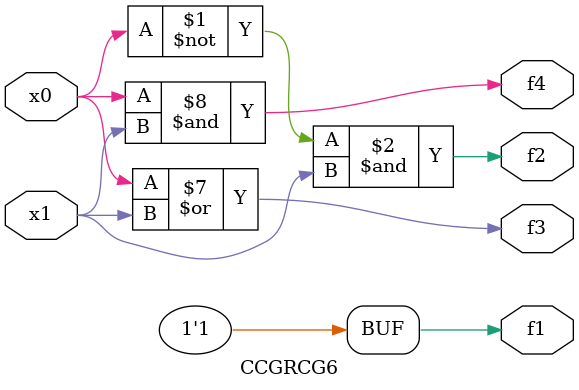
<source format=v>

module CCGRCG6 ( 
    x0, x1,
    f1, f2, f3, f4  );
  input  x0, x1;
  output f1, f2, f3, f4;
  wire new_n9_, new_n10_;
  assign f2 = ~x0 & x1;
  assign new_n9_ = ~x0;
  assign new_n10_ = ~x1;
  assign f3 = ~new_n9_ | ~new_n10_;
  assign f4 = x0 & x1;
  assign f1 = 1'b1;
endmodule



</source>
